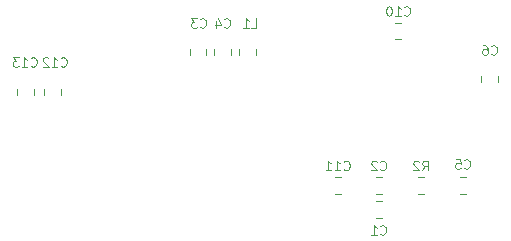
<source format=gbo>
G04 #@! TF.GenerationSoftware,KiCad,Pcbnew,5.0.1-33cea8e~68~ubuntu18.04.1*
G04 #@! TF.CreationDate,2018-12-16T18:27:52+03:00*
G04 #@! TF.ProjectId,up5k_v0,7570356B5F76302E6B696361645F7063,rev?*
G04 #@! TF.SameCoordinates,Original*
G04 #@! TF.FileFunction,Legend,Bot*
G04 #@! TF.FilePolarity,Positive*
%FSLAX46Y46*%
G04 Gerber Fmt 4.6, Leading zero omitted, Abs format (unit mm)*
G04 Created by KiCad (PCBNEW 5.0.1-33cea8e~68~ubuntu18.04.1) date Paz 16 Ara 2018 18:27:52 +03*
%MOMM*%
%LPD*%
G01*
G04 APERTURE LIST*
%ADD10C,0.120000*%
%ADD11C,0.100000*%
G04 APERTURE END LIST*
D10*
G04 #@! TO.C,C13*
X134646500Y-87307922D02*
X134646500Y-87825078D01*
X133226500Y-87307922D02*
X133226500Y-87825078D01*
G04 #@! TO.C,C12*
X136932500Y-87825078D02*
X136932500Y-87307922D01*
X135512500Y-87825078D02*
X135512500Y-87307922D01*
G04 #@! TO.C,C6*
X172518000Y-86228422D02*
X172518000Y-86745578D01*
X173938000Y-86228422D02*
X173938000Y-86745578D01*
G04 #@! TO.C,C1*
X164088578Y-98246000D02*
X163571422Y-98246000D01*
X164088578Y-96826000D02*
X163571422Y-96826000D01*
G04 #@! TO.C,C2*
X164088578Y-94794000D02*
X163571422Y-94794000D01*
X164088578Y-96214000D02*
X163571422Y-96214000D01*
G04 #@! TO.C,C3*
X147831500Y-84459578D02*
X147831500Y-83942422D01*
X149251500Y-84459578D02*
X149251500Y-83942422D01*
G04 #@! TO.C,C4*
X151347000Y-84459578D02*
X151347000Y-83942422D01*
X149927000Y-84459578D02*
X149927000Y-83942422D01*
G04 #@! TO.C,C5*
X170683422Y-96214000D02*
X171200578Y-96214000D01*
X170683422Y-94794000D02*
X171200578Y-94794000D01*
G04 #@! TO.C,R2*
X167644578Y-94794000D02*
X167127422Y-94794000D01*
X167644578Y-96214000D02*
X167127422Y-96214000D01*
G04 #@! TO.C,L1*
X152022500Y-84459578D02*
X152022500Y-83942422D01*
X153442500Y-84459578D02*
X153442500Y-83942422D01*
G04 #@! TO.C,C10*
X165739578Y-81713000D02*
X165222422Y-81713000D01*
X165739578Y-83133000D02*
X165222422Y-83133000D01*
G04 #@! TO.C,C11*
X160611078Y-94794000D02*
X160093922Y-94794000D01*
X160611078Y-96214000D02*
X160093922Y-96214000D01*
G04 #@! TO.C,C13*
D11*
X134372285Y-85375714D02*
X134410380Y-85413809D01*
X134524666Y-85451904D01*
X134600857Y-85451904D01*
X134715142Y-85413809D01*
X134791333Y-85337619D01*
X134829428Y-85261428D01*
X134867523Y-85109047D01*
X134867523Y-84994761D01*
X134829428Y-84842380D01*
X134791333Y-84766190D01*
X134715142Y-84690000D01*
X134600857Y-84651904D01*
X134524666Y-84651904D01*
X134410380Y-84690000D01*
X134372285Y-84728095D01*
X133610380Y-85451904D02*
X134067523Y-85451904D01*
X133838952Y-85451904D02*
X133838952Y-84651904D01*
X133915142Y-84766190D01*
X133991333Y-84842380D01*
X134067523Y-84880476D01*
X133343714Y-84651904D02*
X132848476Y-84651904D01*
X133115142Y-84956666D01*
X133000857Y-84956666D01*
X132924666Y-84994761D01*
X132886571Y-85032857D01*
X132848476Y-85109047D01*
X132848476Y-85299523D01*
X132886571Y-85375714D01*
X132924666Y-85413809D01*
X133000857Y-85451904D01*
X133229428Y-85451904D01*
X133305619Y-85413809D01*
X133343714Y-85375714D01*
G04 #@! TO.C,C12*
X136912285Y-85375714D02*
X136950380Y-85413809D01*
X137064666Y-85451904D01*
X137140857Y-85451904D01*
X137255142Y-85413809D01*
X137331333Y-85337619D01*
X137369428Y-85261428D01*
X137407523Y-85109047D01*
X137407523Y-84994761D01*
X137369428Y-84842380D01*
X137331333Y-84766190D01*
X137255142Y-84690000D01*
X137140857Y-84651904D01*
X137064666Y-84651904D01*
X136950380Y-84690000D01*
X136912285Y-84728095D01*
X136150380Y-85451904D02*
X136607523Y-85451904D01*
X136378952Y-85451904D02*
X136378952Y-84651904D01*
X136455142Y-84766190D01*
X136531333Y-84842380D01*
X136607523Y-84880476D01*
X135845619Y-84728095D02*
X135807523Y-84690000D01*
X135731333Y-84651904D01*
X135540857Y-84651904D01*
X135464666Y-84690000D01*
X135426571Y-84728095D01*
X135388476Y-84804285D01*
X135388476Y-84880476D01*
X135426571Y-84994761D01*
X135883714Y-85451904D01*
X135388476Y-85451904D01*
G04 #@! TO.C,C6*
X173361333Y-84359714D02*
X173399428Y-84397809D01*
X173513714Y-84435904D01*
X173589904Y-84435904D01*
X173704190Y-84397809D01*
X173780380Y-84321619D01*
X173818476Y-84245428D01*
X173856571Y-84093047D01*
X173856571Y-83978761D01*
X173818476Y-83826380D01*
X173780380Y-83750190D01*
X173704190Y-83674000D01*
X173589904Y-83635904D01*
X173513714Y-83635904D01*
X173399428Y-83674000D01*
X173361333Y-83712095D01*
X172675619Y-83635904D02*
X172828000Y-83635904D01*
X172904190Y-83674000D01*
X172942285Y-83712095D01*
X173018476Y-83826380D01*
X173056571Y-83978761D01*
X173056571Y-84283523D01*
X173018476Y-84359714D01*
X172980380Y-84397809D01*
X172904190Y-84435904D01*
X172751809Y-84435904D01*
X172675619Y-84397809D01*
X172637523Y-84359714D01*
X172599428Y-84283523D01*
X172599428Y-84093047D01*
X172637523Y-84016857D01*
X172675619Y-83978761D01*
X172751809Y-83940666D01*
X172904190Y-83940666D01*
X172980380Y-83978761D01*
X173018476Y-84016857D01*
X173056571Y-84093047D01*
G04 #@! TO.C,C1*
X163963333Y-99599714D02*
X164001428Y-99637809D01*
X164115714Y-99675904D01*
X164191904Y-99675904D01*
X164306190Y-99637809D01*
X164382380Y-99561619D01*
X164420476Y-99485428D01*
X164458571Y-99333047D01*
X164458571Y-99218761D01*
X164420476Y-99066380D01*
X164382380Y-98990190D01*
X164306190Y-98914000D01*
X164191904Y-98875904D01*
X164115714Y-98875904D01*
X164001428Y-98914000D01*
X163963333Y-98952095D01*
X163201428Y-99675904D02*
X163658571Y-99675904D01*
X163430000Y-99675904D02*
X163430000Y-98875904D01*
X163506190Y-98990190D01*
X163582380Y-99066380D01*
X163658571Y-99104476D01*
G04 #@! TO.C,C2*
X163963333Y-94139714D02*
X164001428Y-94177809D01*
X164115714Y-94215904D01*
X164191904Y-94215904D01*
X164306190Y-94177809D01*
X164382380Y-94101619D01*
X164420476Y-94025428D01*
X164458571Y-93873047D01*
X164458571Y-93758761D01*
X164420476Y-93606380D01*
X164382380Y-93530190D01*
X164306190Y-93454000D01*
X164191904Y-93415904D01*
X164115714Y-93415904D01*
X164001428Y-93454000D01*
X163963333Y-93492095D01*
X163658571Y-93492095D02*
X163620476Y-93454000D01*
X163544285Y-93415904D01*
X163353809Y-93415904D01*
X163277619Y-93454000D01*
X163239523Y-93492095D01*
X163201428Y-93568285D01*
X163201428Y-93644476D01*
X163239523Y-93758761D01*
X163696666Y-94215904D01*
X163201428Y-94215904D01*
G04 #@! TO.C,C3*
X148723333Y-82073714D02*
X148761428Y-82111809D01*
X148875714Y-82149904D01*
X148951904Y-82149904D01*
X149066190Y-82111809D01*
X149142380Y-82035619D01*
X149180476Y-81959428D01*
X149218571Y-81807047D01*
X149218571Y-81692761D01*
X149180476Y-81540380D01*
X149142380Y-81464190D01*
X149066190Y-81388000D01*
X148951904Y-81349904D01*
X148875714Y-81349904D01*
X148761428Y-81388000D01*
X148723333Y-81426095D01*
X148456666Y-81349904D02*
X147961428Y-81349904D01*
X148228095Y-81654666D01*
X148113809Y-81654666D01*
X148037619Y-81692761D01*
X147999523Y-81730857D01*
X147961428Y-81807047D01*
X147961428Y-81997523D01*
X147999523Y-82073714D01*
X148037619Y-82111809D01*
X148113809Y-82149904D01*
X148342380Y-82149904D01*
X148418571Y-82111809D01*
X148456666Y-82073714D01*
G04 #@! TO.C,C4*
X150755333Y-82073714D02*
X150793428Y-82111809D01*
X150907714Y-82149904D01*
X150983904Y-82149904D01*
X151098190Y-82111809D01*
X151174380Y-82035619D01*
X151212476Y-81959428D01*
X151250571Y-81807047D01*
X151250571Y-81692761D01*
X151212476Y-81540380D01*
X151174380Y-81464190D01*
X151098190Y-81388000D01*
X150983904Y-81349904D01*
X150907714Y-81349904D01*
X150793428Y-81388000D01*
X150755333Y-81426095D01*
X150069619Y-81616571D02*
X150069619Y-82149904D01*
X150260095Y-81311809D02*
X150450571Y-81883238D01*
X149955333Y-81883238D01*
G04 #@! TO.C,C5*
X171075333Y-94011714D02*
X171113428Y-94049809D01*
X171227714Y-94087904D01*
X171303904Y-94087904D01*
X171418190Y-94049809D01*
X171494380Y-93973619D01*
X171532476Y-93897428D01*
X171570571Y-93745047D01*
X171570571Y-93630761D01*
X171532476Y-93478380D01*
X171494380Y-93402190D01*
X171418190Y-93326000D01*
X171303904Y-93287904D01*
X171227714Y-93287904D01*
X171113428Y-93326000D01*
X171075333Y-93364095D01*
X170351523Y-93287904D02*
X170732476Y-93287904D01*
X170770571Y-93668857D01*
X170732476Y-93630761D01*
X170656285Y-93592666D01*
X170465809Y-93592666D01*
X170389619Y-93630761D01*
X170351523Y-93668857D01*
X170313428Y-93745047D01*
X170313428Y-93935523D01*
X170351523Y-94011714D01*
X170389619Y-94049809D01*
X170465809Y-94087904D01*
X170656285Y-94087904D01*
X170732476Y-94049809D01*
X170770571Y-94011714D01*
G04 #@! TO.C,R2*
X167519333Y-94215904D02*
X167786000Y-93834952D01*
X167976476Y-94215904D02*
X167976476Y-93415904D01*
X167671714Y-93415904D01*
X167595523Y-93454000D01*
X167557428Y-93492095D01*
X167519333Y-93568285D01*
X167519333Y-93682571D01*
X167557428Y-93758761D01*
X167595523Y-93796857D01*
X167671714Y-93834952D01*
X167976476Y-93834952D01*
X167214571Y-93492095D02*
X167176476Y-93454000D01*
X167100285Y-93415904D01*
X166909809Y-93415904D01*
X166833619Y-93454000D01*
X166795523Y-93492095D01*
X166757428Y-93568285D01*
X166757428Y-93644476D01*
X166795523Y-93758761D01*
X167252666Y-94215904D01*
X166757428Y-94215904D01*
G04 #@! TO.C,L1*
X153041333Y-82149904D02*
X153422285Y-82149904D01*
X153422285Y-81349904D01*
X152355619Y-82149904D02*
X152812761Y-82149904D01*
X152584190Y-82149904D02*
X152584190Y-81349904D01*
X152660380Y-81464190D01*
X152736571Y-81540380D01*
X152812761Y-81578476D01*
G04 #@! TO.C,C10*
X165995285Y-81058714D02*
X166033380Y-81096809D01*
X166147666Y-81134904D01*
X166223857Y-81134904D01*
X166338142Y-81096809D01*
X166414333Y-81020619D01*
X166452428Y-80944428D01*
X166490523Y-80792047D01*
X166490523Y-80677761D01*
X166452428Y-80525380D01*
X166414333Y-80449190D01*
X166338142Y-80373000D01*
X166223857Y-80334904D01*
X166147666Y-80334904D01*
X166033380Y-80373000D01*
X165995285Y-80411095D01*
X165233380Y-81134904D02*
X165690523Y-81134904D01*
X165461952Y-81134904D02*
X165461952Y-80334904D01*
X165538142Y-80449190D01*
X165614333Y-80525380D01*
X165690523Y-80563476D01*
X164738142Y-80334904D02*
X164661952Y-80334904D01*
X164585761Y-80373000D01*
X164547666Y-80411095D01*
X164509571Y-80487285D01*
X164471476Y-80639666D01*
X164471476Y-80830142D01*
X164509571Y-80982523D01*
X164547666Y-81058714D01*
X164585761Y-81096809D01*
X164661952Y-81134904D01*
X164738142Y-81134904D01*
X164814333Y-81096809D01*
X164852428Y-81058714D01*
X164890523Y-80982523D01*
X164928619Y-80830142D01*
X164928619Y-80639666D01*
X164890523Y-80487285D01*
X164852428Y-80411095D01*
X164814333Y-80373000D01*
X164738142Y-80334904D01*
G04 #@! TO.C,C11*
X160866785Y-94139714D02*
X160904880Y-94177809D01*
X161019166Y-94215904D01*
X161095357Y-94215904D01*
X161209642Y-94177809D01*
X161285833Y-94101619D01*
X161323928Y-94025428D01*
X161362023Y-93873047D01*
X161362023Y-93758761D01*
X161323928Y-93606380D01*
X161285833Y-93530190D01*
X161209642Y-93454000D01*
X161095357Y-93415904D01*
X161019166Y-93415904D01*
X160904880Y-93454000D01*
X160866785Y-93492095D01*
X160104880Y-94215904D02*
X160562023Y-94215904D01*
X160333452Y-94215904D02*
X160333452Y-93415904D01*
X160409642Y-93530190D01*
X160485833Y-93606380D01*
X160562023Y-93644476D01*
X159342976Y-94215904D02*
X159800119Y-94215904D01*
X159571547Y-94215904D02*
X159571547Y-93415904D01*
X159647738Y-93530190D01*
X159723928Y-93606380D01*
X159800119Y-93644476D01*
G04 #@! TD*
M02*

</source>
